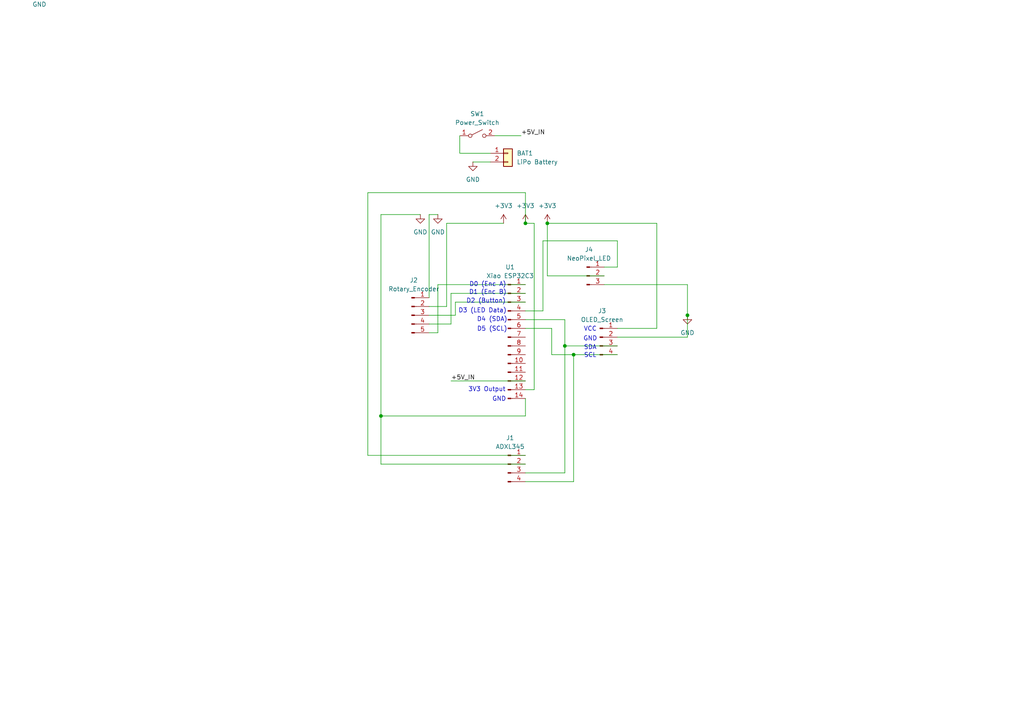
<source format=kicad_sch>
(kicad_sch
	(version 20250114)
	(generator "eeschema")
	(generator_version "9.0")
	(uuid "8478705a-0463-41df-942d-c43497b7076d")
	(paper "A4")
	(lib_symbols
		(symbol "Connector:Conn_01x03_Pin"
			(pin_names
				(offset 1.016)
				(hide yes)
			)
			(exclude_from_sim no)
			(in_bom yes)
			(on_board yes)
			(property "Reference" "J"
				(at 0 5.08 0)
				(effects
					(font
						(size 1.27 1.27)
					)
				)
			)
			(property "Value" "Conn_01x03_Pin"
				(at 0 -5.08 0)
				(effects
					(font
						(size 1.27 1.27)
					)
				)
			)
			(property "Footprint" ""
				(at 0 0 0)
				(effects
					(font
						(size 1.27 1.27)
					)
					(hide yes)
				)
			)
			(property "Datasheet" "~"
				(at 0 0 0)
				(effects
					(font
						(size 1.27 1.27)
					)
					(hide yes)
				)
			)
			(property "Description" "Generic connector, single row, 01x03, script generated"
				(at 0 0 0)
				(effects
					(font
						(size 1.27 1.27)
					)
					(hide yes)
				)
			)
			(property "ki_locked" ""
				(at 0 0 0)
				(effects
					(font
						(size 1.27 1.27)
					)
				)
			)
			(property "ki_keywords" "connector"
				(at 0 0 0)
				(effects
					(font
						(size 1.27 1.27)
					)
					(hide yes)
				)
			)
			(property "ki_fp_filters" "Connector*:*_1x??_*"
				(at 0 0 0)
				(effects
					(font
						(size 1.27 1.27)
					)
					(hide yes)
				)
			)
			(symbol "Conn_01x03_Pin_1_1"
				(rectangle
					(start 0.8636 2.667)
					(end 0 2.413)
					(stroke
						(width 0.1524)
						(type default)
					)
					(fill
						(type outline)
					)
				)
				(rectangle
					(start 0.8636 0.127)
					(end 0 -0.127)
					(stroke
						(width 0.1524)
						(type default)
					)
					(fill
						(type outline)
					)
				)
				(rectangle
					(start 0.8636 -2.413)
					(end 0 -2.667)
					(stroke
						(width 0.1524)
						(type default)
					)
					(fill
						(type outline)
					)
				)
				(polyline
					(pts
						(xy 1.27 2.54) (xy 0.8636 2.54)
					)
					(stroke
						(width 0.1524)
						(type default)
					)
					(fill
						(type none)
					)
				)
				(polyline
					(pts
						(xy 1.27 0) (xy 0.8636 0)
					)
					(stroke
						(width 0.1524)
						(type default)
					)
					(fill
						(type none)
					)
				)
				(polyline
					(pts
						(xy 1.27 -2.54) (xy 0.8636 -2.54)
					)
					(stroke
						(width 0.1524)
						(type default)
					)
					(fill
						(type none)
					)
				)
				(pin passive line
					(at 5.08 2.54 180)
					(length 3.81)
					(name "Pin_1"
						(effects
							(font
								(size 1.27 1.27)
							)
						)
					)
					(number "1"
						(effects
							(font
								(size 1.27 1.27)
							)
						)
					)
				)
				(pin passive line
					(at 5.08 0 180)
					(length 3.81)
					(name "Pin_2"
						(effects
							(font
								(size 1.27 1.27)
							)
						)
					)
					(number "2"
						(effects
							(font
								(size 1.27 1.27)
							)
						)
					)
				)
				(pin passive line
					(at 5.08 -2.54 180)
					(length 3.81)
					(name "Pin_3"
						(effects
							(font
								(size 1.27 1.27)
							)
						)
					)
					(number "3"
						(effects
							(font
								(size 1.27 1.27)
							)
						)
					)
				)
			)
			(embedded_fonts no)
		)
		(symbol "Connector:Conn_01x04_Pin"
			(pin_names
				(offset 1.016)
				(hide yes)
			)
			(exclude_from_sim no)
			(in_bom yes)
			(on_board yes)
			(property "Reference" "J"
				(at 0 5.08 0)
				(effects
					(font
						(size 1.27 1.27)
					)
				)
			)
			(property "Value" "Conn_01x04_Pin"
				(at 0 -7.62 0)
				(effects
					(font
						(size 1.27 1.27)
					)
				)
			)
			(property "Footprint" ""
				(at 0 0 0)
				(effects
					(font
						(size 1.27 1.27)
					)
					(hide yes)
				)
			)
			(property "Datasheet" "~"
				(at 0 0 0)
				(effects
					(font
						(size 1.27 1.27)
					)
					(hide yes)
				)
			)
			(property "Description" "Generic connector, single row, 01x04, script generated"
				(at 0 0 0)
				(effects
					(font
						(size 1.27 1.27)
					)
					(hide yes)
				)
			)
			(property "ki_locked" ""
				(at 0 0 0)
				(effects
					(font
						(size 1.27 1.27)
					)
				)
			)
			(property "ki_keywords" "connector"
				(at 0 0 0)
				(effects
					(font
						(size 1.27 1.27)
					)
					(hide yes)
				)
			)
			(property "ki_fp_filters" "Connector*:*_1x??_*"
				(at 0 0 0)
				(effects
					(font
						(size 1.27 1.27)
					)
					(hide yes)
				)
			)
			(symbol "Conn_01x04_Pin_1_1"
				(rectangle
					(start 0.8636 2.667)
					(end 0 2.413)
					(stroke
						(width 0.1524)
						(type default)
					)
					(fill
						(type outline)
					)
				)
				(rectangle
					(start 0.8636 0.127)
					(end 0 -0.127)
					(stroke
						(width 0.1524)
						(type default)
					)
					(fill
						(type outline)
					)
				)
				(rectangle
					(start 0.8636 -2.413)
					(end 0 -2.667)
					(stroke
						(width 0.1524)
						(type default)
					)
					(fill
						(type outline)
					)
				)
				(rectangle
					(start 0.8636 -4.953)
					(end 0 -5.207)
					(stroke
						(width 0.1524)
						(type default)
					)
					(fill
						(type outline)
					)
				)
				(polyline
					(pts
						(xy 1.27 2.54) (xy 0.8636 2.54)
					)
					(stroke
						(width 0.1524)
						(type default)
					)
					(fill
						(type none)
					)
				)
				(polyline
					(pts
						(xy 1.27 0) (xy 0.8636 0)
					)
					(stroke
						(width 0.1524)
						(type default)
					)
					(fill
						(type none)
					)
				)
				(polyline
					(pts
						(xy 1.27 -2.54) (xy 0.8636 -2.54)
					)
					(stroke
						(width 0.1524)
						(type default)
					)
					(fill
						(type none)
					)
				)
				(polyline
					(pts
						(xy 1.27 -5.08) (xy 0.8636 -5.08)
					)
					(stroke
						(width 0.1524)
						(type default)
					)
					(fill
						(type none)
					)
				)
				(pin passive line
					(at 5.08 2.54 180)
					(length 3.81)
					(name "Pin_1"
						(effects
							(font
								(size 1.27 1.27)
							)
						)
					)
					(number "1"
						(effects
							(font
								(size 1.27 1.27)
							)
						)
					)
				)
				(pin passive line
					(at 5.08 0 180)
					(length 3.81)
					(name "Pin_2"
						(effects
							(font
								(size 1.27 1.27)
							)
						)
					)
					(number "2"
						(effects
							(font
								(size 1.27 1.27)
							)
						)
					)
				)
				(pin passive line
					(at 5.08 -2.54 180)
					(length 3.81)
					(name "Pin_3"
						(effects
							(font
								(size 1.27 1.27)
							)
						)
					)
					(number "3"
						(effects
							(font
								(size 1.27 1.27)
							)
						)
					)
				)
				(pin passive line
					(at 5.08 -5.08 180)
					(length 3.81)
					(name "Pin_4"
						(effects
							(font
								(size 1.27 1.27)
							)
						)
					)
					(number "4"
						(effects
							(font
								(size 1.27 1.27)
							)
						)
					)
				)
			)
			(embedded_fonts no)
		)
		(symbol "Connector:Conn_01x05_Pin"
			(pin_names
				(offset 1.016)
				(hide yes)
			)
			(exclude_from_sim no)
			(in_bom yes)
			(on_board yes)
			(property "Reference" "J"
				(at 0 7.62 0)
				(effects
					(font
						(size 1.27 1.27)
					)
				)
			)
			(property "Value" "Conn_01x05_Pin"
				(at 0 -7.62 0)
				(effects
					(font
						(size 1.27 1.27)
					)
				)
			)
			(property "Footprint" ""
				(at 0 0 0)
				(effects
					(font
						(size 1.27 1.27)
					)
					(hide yes)
				)
			)
			(property "Datasheet" "~"
				(at 0 0 0)
				(effects
					(font
						(size 1.27 1.27)
					)
					(hide yes)
				)
			)
			(property "Description" "Generic connector, single row, 01x05, script generated"
				(at 0 0 0)
				(effects
					(font
						(size 1.27 1.27)
					)
					(hide yes)
				)
			)
			(property "ki_locked" ""
				(at 0 0 0)
				(effects
					(font
						(size 1.27 1.27)
					)
				)
			)
			(property "ki_keywords" "connector"
				(at 0 0 0)
				(effects
					(font
						(size 1.27 1.27)
					)
					(hide yes)
				)
			)
			(property "ki_fp_filters" "Connector*:*_1x??_*"
				(at 0 0 0)
				(effects
					(font
						(size 1.27 1.27)
					)
					(hide yes)
				)
			)
			(symbol "Conn_01x05_Pin_1_1"
				(rectangle
					(start 0.8636 5.207)
					(end 0 4.953)
					(stroke
						(width 0.1524)
						(type default)
					)
					(fill
						(type outline)
					)
				)
				(rectangle
					(start 0.8636 2.667)
					(end 0 2.413)
					(stroke
						(width 0.1524)
						(type default)
					)
					(fill
						(type outline)
					)
				)
				(rectangle
					(start 0.8636 0.127)
					(end 0 -0.127)
					(stroke
						(width 0.1524)
						(type default)
					)
					(fill
						(type outline)
					)
				)
				(rectangle
					(start 0.8636 -2.413)
					(end 0 -2.667)
					(stroke
						(width 0.1524)
						(type default)
					)
					(fill
						(type outline)
					)
				)
				(rectangle
					(start 0.8636 -4.953)
					(end 0 -5.207)
					(stroke
						(width 0.1524)
						(type default)
					)
					(fill
						(type outline)
					)
				)
				(polyline
					(pts
						(xy 1.27 5.08) (xy 0.8636 5.08)
					)
					(stroke
						(width 0.1524)
						(type default)
					)
					(fill
						(type none)
					)
				)
				(polyline
					(pts
						(xy 1.27 2.54) (xy 0.8636 2.54)
					)
					(stroke
						(width 0.1524)
						(type default)
					)
					(fill
						(type none)
					)
				)
				(polyline
					(pts
						(xy 1.27 0) (xy 0.8636 0)
					)
					(stroke
						(width 0.1524)
						(type default)
					)
					(fill
						(type none)
					)
				)
				(polyline
					(pts
						(xy 1.27 -2.54) (xy 0.8636 -2.54)
					)
					(stroke
						(width 0.1524)
						(type default)
					)
					(fill
						(type none)
					)
				)
				(polyline
					(pts
						(xy 1.27 -5.08) (xy 0.8636 -5.08)
					)
					(stroke
						(width 0.1524)
						(type default)
					)
					(fill
						(type none)
					)
				)
				(pin passive line
					(at 5.08 5.08 180)
					(length 3.81)
					(name "Pin_1"
						(effects
							(font
								(size 1.27 1.27)
							)
						)
					)
					(number "1"
						(effects
							(font
								(size 1.27 1.27)
							)
						)
					)
				)
				(pin passive line
					(at 5.08 2.54 180)
					(length 3.81)
					(name "Pin_2"
						(effects
							(font
								(size 1.27 1.27)
							)
						)
					)
					(number "2"
						(effects
							(font
								(size 1.27 1.27)
							)
						)
					)
				)
				(pin passive line
					(at 5.08 0 180)
					(length 3.81)
					(name "Pin_3"
						(effects
							(font
								(size 1.27 1.27)
							)
						)
					)
					(number "3"
						(effects
							(font
								(size 1.27 1.27)
							)
						)
					)
				)
				(pin passive line
					(at 5.08 -2.54 180)
					(length 3.81)
					(name "Pin_4"
						(effects
							(font
								(size 1.27 1.27)
							)
						)
					)
					(number "4"
						(effects
							(font
								(size 1.27 1.27)
							)
						)
					)
				)
				(pin passive line
					(at 5.08 -5.08 180)
					(length 3.81)
					(name "Pin_5"
						(effects
							(font
								(size 1.27 1.27)
							)
						)
					)
					(number "5"
						(effects
							(font
								(size 1.27 1.27)
							)
						)
					)
				)
			)
			(embedded_fonts no)
		)
		(symbol "Connector:Conn_01x14_Pin"
			(pin_names
				(offset 1.016)
				(hide yes)
			)
			(exclude_from_sim no)
			(in_bom yes)
			(on_board yes)
			(property "Reference" "J"
				(at 0 17.78 0)
				(effects
					(font
						(size 1.27 1.27)
					)
				)
			)
			(property "Value" "Conn_01x14_Pin"
				(at 0 -20.32 0)
				(effects
					(font
						(size 1.27 1.27)
					)
				)
			)
			(property "Footprint" ""
				(at 0 0 0)
				(effects
					(font
						(size 1.27 1.27)
					)
					(hide yes)
				)
			)
			(property "Datasheet" "~"
				(at 0 0 0)
				(effects
					(font
						(size 1.27 1.27)
					)
					(hide yes)
				)
			)
			(property "Description" "Generic connector, single row, 01x14, script generated"
				(at 0 0 0)
				(effects
					(font
						(size 1.27 1.27)
					)
					(hide yes)
				)
			)
			(property "ki_locked" ""
				(at 0 0 0)
				(effects
					(font
						(size 1.27 1.27)
					)
				)
			)
			(property "ki_keywords" "connector"
				(at 0 0 0)
				(effects
					(font
						(size 1.27 1.27)
					)
					(hide yes)
				)
			)
			(property "ki_fp_filters" "Connector*:*_1x??_*"
				(at 0 0 0)
				(effects
					(font
						(size 1.27 1.27)
					)
					(hide yes)
				)
			)
			(symbol "Conn_01x14_Pin_1_1"
				(rectangle
					(start 0.8636 15.367)
					(end 0 15.113)
					(stroke
						(width 0.1524)
						(type default)
					)
					(fill
						(type outline)
					)
				)
				(rectangle
					(start 0.8636 12.827)
					(end 0 12.573)
					(stroke
						(width 0.1524)
						(type default)
					)
					(fill
						(type outline)
					)
				)
				(rectangle
					(start 0.8636 10.287)
					(end 0 10.033)
					(stroke
						(width 0.1524)
						(type default)
					)
					(fill
						(type outline)
					)
				)
				(rectangle
					(start 0.8636 7.747)
					(end 0 7.493)
					(stroke
						(width 0.1524)
						(type default)
					)
					(fill
						(type outline)
					)
				)
				(rectangle
					(start 0.8636 5.207)
					(end 0 4.953)
					(stroke
						(width 0.1524)
						(type default)
					)
					(fill
						(type outline)
					)
				)
				(rectangle
					(start 0.8636 2.667)
					(end 0 2.413)
					(stroke
						(width 0.1524)
						(type default)
					)
					(fill
						(type outline)
					)
				)
				(rectangle
					(start 0.8636 0.127)
					(end 0 -0.127)
					(stroke
						(width 0.1524)
						(type default)
					)
					(fill
						(type outline)
					)
				)
				(rectangle
					(start 0.8636 -2.413)
					(end 0 -2.667)
					(stroke
						(width 0.1524)
						(type default)
					)
					(fill
						(type outline)
					)
				)
				(rectangle
					(start 0.8636 -4.953)
					(end 0 -5.207)
					(stroke
						(width 0.1524)
						(type default)
					)
					(fill
						(type outline)
					)
				)
				(rectangle
					(start 0.8636 -7.493)
					(end 0 -7.747)
					(stroke
						(width 0.1524)
						(type default)
					)
					(fill
						(type outline)
					)
				)
				(rectangle
					(start 0.8636 -10.033)
					(end 0 -10.287)
					(stroke
						(width 0.1524)
						(type default)
					)
					(fill
						(type outline)
					)
				)
				(rectangle
					(start 0.8636 -12.573)
					(end 0 -12.827)
					(stroke
						(width 0.1524)
						(type default)
					)
					(fill
						(type outline)
					)
				)
				(rectangle
					(start 0.8636 -15.113)
					(end 0 -15.367)
					(stroke
						(width 0.1524)
						(type default)
					)
					(fill
						(type outline)
					)
				)
				(rectangle
					(start 0.8636 -17.653)
					(end 0 -17.907)
					(stroke
						(width 0.1524)
						(type default)
					)
					(fill
						(type outline)
					)
				)
				(polyline
					(pts
						(xy 1.27 15.24) (xy 0.8636 15.24)
					)
					(stroke
						(width 0.1524)
						(type default)
					)
					(fill
						(type none)
					)
				)
				(polyline
					(pts
						(xy 1.27 12.7) (xy 0.8636 12.7)
					)
					(stroke
						(width 0.1524)
						(type default)
					)
					(fill
						(type none)
					)
				)
				(polyline
					(pts
						(xy 1.27 10.16) (xy 0.8636 10.16)
					)
					(stroke
						(width 0.1524)
						(type default)
					)
					(fill
						(type none)
					)
				)
				(polyline
					(pts
						(xy 1.27 7.62) (xy 0.8636 7.62)
					)
					(stroke
						(width 0.1524)
						(type default)
					)
					(fill
						(type none)
					)
				)
				(polyline
					(pts
						(xy 1.27 5.08) (xy 0.8636 5.08)
					)
					(stroke
						(width 0.1524)
						(type default)
					)
					(fill
						(type none)
					)
				)
				(polyline
					(pts
						(xy 1.27 2.54) (xy 0.8636 2.54)
					)
					(stroke
						(width 0.1524)
						(type default)
					)
					(fill
						(type none)
					)
				)
				(polyline
					(pts
						(xy 1.27 0) (xy 0.8636 0)
					)
					(stroke
						(width 0.1524)
						(type default)
					)
					(fill
						(type none)
					)
				)
				(polyline
					(pts
						(xy 1.27 -2.54) (xy 0.8636 -2.54)
					)
					(stroke
						(width 0.1524)
						(type default)
					)
					(fill
						(type none)
					)
				)
				(polyline
					(pts
						(xy 1.27 -5.08) (xy 0.8636 -5.08)
					)
					(stroke
						(width 0.1524)
						(type default)
					)
					(fill
						(type none)
					)
				)
				(polyline
					(pts
						(xy 1.27 -7.62) (xy 0.8636 -7.62)
					)
					(stroke
						(width 0.1524)
						(type default)
					)
					(fill
						(type none)
					)
				)
				(polyline
					(pts
						(xy 1.27 -10.16) (xy 0.8636 -10.16)
					)
					(stroke
						(width 0.1524)
						(type default)
					)
					(fill
						(type none)
					)
				)
				(polyline
					(pts
						(xy 1.27 -12.7) (xy 0.8636 -12.7)
					)
					(stroke
						(width 0.1524)
						(type default)
					)
					(fill
						(type none)
					)
				)
				(polyline
					(pts
						(xy 1.27 -15.24) (xy 0.8636 -15.24)
					)
					(stroke
						(width 0.1524)
						(type default)
					)
					(fill
						(type none)
					)
				)
				(polyline
					(pts
						(xy 1.27 -17.78) (xy 0.8636 -17.78)
					)
					(stroke
						(width 0.1524)
						(type default)
					)
					(fill
						(type none)
					)
				)
				(pin passive line
					(at 5.08 15.24 180)
					(length 3.81)
					(name "Pin_1"
						(effects
							(font
								(size 1.27 1.27)
							)
						)
					)
					(number "1"
						(effects
							(font
								(size 1.27 1.27)
							)
						)
					)
				)
				(pin passive line
					(at 5.08 12.7 180)
					(length 3.81)
					(name "Pin_2"
						(effects
							(font
								(size 1.27 1.27)
							)
						)
					)
					(number "2"
						(effects
							(font
								(size 1.27 1.27)
							)
						)
					)
				)
				(pin passive line
					(at 5.08 10.16 180)
					(length 3.81)
					(name "Pin_3"
						(effects
							(font
								(size 1.27 1.27)
							)
						)
					)
					(number "3"
						(effects
							(font
								(size 1.27 1.27)
							)
						)
					)
				)
				(pin passive line
					(at 5.08 7.62 180)
					(length 3.81)
					(name "Pin_4"
						(effects
							(font
								(size 1.27 1.27)
							)
						)
					)
					(number "4"
						(effects
							(font
								(size 1.27 1.27)
							)
						)
					)
				)
				(pin passive line
					(at 5.08 5.08 180)
					(length 3.81)
					(name "Pin_5"
						(effects
							(font
								(size 1.27 1.27)
							)
						)
					)
					(number "5"
						(effects
							(font
								(size 1.27 1.27)
							)
						)
					)
				)
				(pin passive line
					(at 5.08 2.54 180)
					(length 3.81)
					(name "Pin_6"
						(effects
							(font
								(size 1.27 1.27)
							)
						)
					)
					(number "6"
						(effects
							(font
								(size 1.27 1.27)
							)
						)
					)
				)
				(pin passive line
					(at 5.08 0 180)
					(length 3.81)
					(name "Pin_7"
						(effects
							(font
								(size 1.27 1.27)
							)
						)
					)
					(number "7"
						(effects
							(font
								(size 1.27 1.27)
							)
						)
					)
				)
				(pin passive line
					(at 5.08 -2.54 180)
					(length 3.81)
					(name "Pin_8"
						(effects
							(font
								(size 1.27 1.27)
							)
						)
					)
					(number "8"
						(effects
							(font
								(size 1.27 1.27)
							)
						)
					)
				)
				(pin passive line
					(at 5.08 -5.08 180)
					(length 3.81)
					(name "Pin_9"
						(effects
							(font
								(size 1.27 1.27)
							)
						)
					)
					(number "9"
						(effects
							(font
								(size 1.27 1.27)
							)
						)
					)
				)
				(pin passive line
					(at 5.08 -7.62 180)
					(length 3.81)
					(name "Pin_10"
						(effects
							(font
								(size 1.27 1.27)
							)
						)
					)
					(number "10"
						(effects
							(font
								(size 1.27 1.27)
							)
						)
					)
				)
				(pin passive line
					(at 5.08 -10.16 180)
					(length 3.81)
					(name "Pin_11"
						(effects
							(font
								(size 1.27 1.27)
							)
						)
					)
					(number "11"
						(effects
							(font
								(size 1.27 1.27)
							)
						)
					)
				)
				(pin passive line
					(at 5.08 -12.7 180)
					(length 3.81)
					(name "Pin_12"
						(effects
							(font
								(size 1.27 1.27)
							)
						)
					)
					(number "12"
						(effects
							(font
								(size 1.27 1.27)
							)
						)
					)
				)
				(pin passive line
					(at 5.08 -15.24 180)
					(length 3.81)
					(name "Pin_13"
						(effects
							(font
								(size 1.27 1.27)
							)
						)
					)
					(number "13"
						(effects
							(font
								(size 1.27 1.27)
							)
						)
					)
				)
				(pin passive line
					(at 5.08 -17.78 180)
					(length 3.81)
					(name "Pin_14"
						(effects
							(font
								(size 1.27 1.27)
							)
						)
					)
					(number "14"
						(effects
							(font
								(size 1.27 1.27)
							)
						)
					)
				)
			)
			(embedded_fonts no)
		)
		(symbol "Connector_Generic:Conn_01x02"
			(pin_names
				(offset 1.016)
				(hide yes)
			)
			(exclude_from_sim no)
			(in_bom yes)
			(on_board yes)
			(property "Reference" "J"
				(at 0 2.54 0)
				(effects
					(font
						(size 1.27 1.27)
					)
				)
			)
			(property "Value" "Conn_01x02"
				(at 0 -5.08 0)
				(effects
					(font
						(size 1.27 1.27)
					)
				)
			)
			(property "Footprint" ""
				(at 0 0 0)
				(effects
					(font
						(size 1.27 1.27)
					)
					(hide yes)
				)
			)
			(property "Datasheet" "~"
				(at 0 0 0)
				(effects
					(font
						(size 1.27 1.27)
					)
					(hide yes)
				)
			)
			(property "Description" "Generic connector, single row, 01x02, script generated (kicad-library-utils/schlib/autogen/connector/)"
				(at 0 0 0)
				(effects
					(font
						(size 1.27 1.27)
					)
					(hide yes)
				)
			)
			(property "ki_keywords" "connector"
				(at 0 0 0)
				(effects
					(font
						(size 1.27 1.27)
					)
					(hide yes)
				)
			)
			(property "ki_fp_filters" "Connector*:*_1x??_*"
				(at 0 0 0)
				(effects
					(font
						(size 1.27 1.27)
					)
					(hide yes)
				)
			)
			(symbol "Conn_01x02_1_1"
				(rectangle
					(start -1.27 1.27)
					(end 1.27 -3.81)
					(stroke
						(width 0.254)
						(type default)
					)
					(fill
						(type background)
					)
				)
				(rectangle
					(start -1.27 0.127)
					(end 0 -0.127)
					(stroke
						(width 0.1524)
						(type default)
					)
					(fill
						(type none)
					)
				)
				(rectangle
					(start -1.27 -2.413)
					(end 0 -2.667)
					(stroke
						(width 0.1524)
						(type default)
					)
					(fill
						(type none)
					)
				)
				(pin passive line
					(at -5.08 0 0)
					(length 3.81)
					(name "Pin_1"
						(effects
							(font
								(size 1.27 1.27)
							)
						)
					)
					(number "1"
						(effects
							(font
								(size 1.27 1.27)
							)
						)
					)
				)
				(pin passive line
					(at -5.08 -2.54 0)
					(length 3.81)
					(name "Pin_2"
						(effects
							(font
								(size 1.27 1.27)
							)
						)
					)
					(number "2"
						(effects
							(font
								(size 1.27 1.27)
							)
						)
					)
				)
			)
			(embedded_fonts no)
		)
		(symbol "Switch:SW_SPST"
			(pin_names
				(offset 0)
				(hide yes)
			)
			(exclude_from_sim no)
			(in_bom yes)
			(on_board yes)
			(property "Reference" "SW"
				(at 0 3.175 0)
				(effects
					(font
						(size 1.27 1.27)
					)
				)
			)
			(property "Value" "SW_SPST"
				(at 0 -2.54 0)
				(effects
					(font
						(size 1.27 1.27)
					)
				)
			)
			(property "Footprint" ""
				(at 0 0 0)
				(effects
					(font
						(size 1.27 1.27)
					)
					(hide yes)
				)
			)
			(property "Datasheet" "~"
				(at 0 0 0)
				(effects
					(font
						(size 1.27 1.27)
					)
					(hide yes)
				)
			)
			(property "Description" "Single Pole Single Throw (SPST) switch"
				(at 0 0 0)
				(effects
					(font
						(size 1.27 1.27)
					)
					(hide yes)
				)
			)
			(property "ki_keywords" "switch lever"
				(at 0 0 0)
				(effects
					(font
						(size 1.27 1.27)
					)
					(hide yes)
				)
			)
			(symbol "SW_SPST_0_0"
				(circle
					(center -2.032 0)
					(radius 0.508)
					(stroke
						(width 0)
						(type default)
					)
					(fill
						(type none)
					)
				)
				(polyline
					(pts
						(xy -1.524 0.254) (xy 1.524 1.778)
					)
					(stroke
						(width 0)
						(type default)
					)
					(fill
						(type none)
					)
				)
				(circle
					(center 2.032 0)
					(radius 0.508)
					(stroke
						(width 0)
						(type default)
					)
					(fill
						(type none)
					)
				)
			)
			(symbol "SW_SPST_1_1"
				(pin passive line
					(at -5.08 0 0)
					(length 2.54)
					(name "A"
						(effects
							(font
								(size 1.27 1.27)
							)
						)
					)
					(number "1"
						(effects
							(font
								(size 1.27 1.27)
							)
						)
					)
				)
				(pin passive line
					(at 5.08 0 180)
					(length 2.54)
					(name "B"
						(effects
							(font
								(size 1.27 1.27)
							)
						)
					)
					(number "2"
						(effects
							(font
								(size 1.27 1.27)
							)
						)
					)
				)
			)
			(embedded_fonts no)
		)
		(symbol "power:+3V3"
			(power)
			(pin_numbers
				(hide yes)
			)
			(pin_names
				(offset 0)
				(hide yes)
			)
			(exclude_from_sim no)
			(in_bom yes)
			(on_board yes)
			(property "Reference" "#PWR"
				(at 0 -3.81 0)
				(effects
					(font
						(size 1.27 1.27)
					)
					(hide yes)
				)
			)
			(property "Value" "+3V3"
				(at 0 3.556 0)
				(effects
					(font
						(size 1.27 1.27)
					)
				)
			)
			(property "Footprint" ""
				(at 0 0 0)
				(effects
					(font
						(size 1.27 1.27)
					)
					(hide yes)
				)
			)
			(property "Datasheet" ""
				(at 0 0 0)
				(effects
					(font
						(size 1.27 1.27)
					)
					(hide yes)
				)
			)
			(property "Description" "Power symbol creates a global label with name \"+3V3\""
				(at 0 0 0)
				(effects
					(font
						(size 1.27 1.27)
					)
					(hide yes)
				)
			)
			(property "ki_keywords" "global power"
				(at 0 0 0)
				(effects
					(font
						(size 1.27 1.27)
					)
					(hide yes)
				)
			)
			(symbol "+3V3_0_1"
				(polyline
					(pts
						(xy -0.762 1.27) (xy 0 2.54)
					)
					(stroke
						(width 0)
						(type default)
					)
					(fill
						(type none)
					)
				)
				(polyline
					(pts
						(xy 0 2.54) (xy 0.762 1.27)
					)
					(stroke
						(width 0)
						(type default)
					)
					(fill
						(type none)
					)
				)
				(polyline
					(pts
						(xy 0 0) (xy 0 2.54)
					)
					(stroke
						(width 0)
						(type default)
					)
					(fill
						(type none)
					)
				)
			)
			(symbol "+3V3_1_1"
				(pin power_in line
					(at 0 0 90)
					(length 0)
					(name "~"
						(effects
							(font
								(size 1.27 1.27)
							)
						)
					)
					(number "1"
						(effects
							(font
								(size 1.27 1.27)
							)
						)
					)
				)
			)
			(embedded_fonts no)
		)
		(symbol "power:GND"
			(power)
			(pin_numbers
				(hide yes)
			)
			(pin_names
				(offset 0)
				(hide yes)
			)
			(exclude_from_sim no)
			(in_bom yes)
			(on_board yes)
			(property "Reference" "#PWR"
				(at 0 -6.35 0)
				(effects
					(font
						(size 1.27 1.27)
					)
					(hide yes)
				)
			)
			(property "Value" "GND"
				(at 0 -3.81 0)
				(effects
					(font
						(size 1.27 1.27)
					)
				)
			)
			(property "Footprint" ""
				(at 0 0 0)
				(effects
					(font
						(size 1.27 1.27)
					)
					(hide yes)
				)
			)
			(property "Datasheet" ""
				(at 0 0 0)
				(effects
					(font
						(size 1.27 1.27)
					)
					(hide yes)
				)
			)
			(property "Description" "Power symbol creates a global label with name \"GND\" , ground"
				(at 0 0 0)
				(effects
					(font
						(size 1.27 1.27)
					)
					(hide yes)
				)
			)
			(property "ki_keywords" "global power"
				(at 0 0 0)
				(effects
					(font
						(size 1.27 1.27)
					)
					(hide yes)
				)
			)
			(symbol "GND_0_1"
				(polyline
					(pts
						(xy 0 0) (xy 0 -1.27) (xy 1.27 -1.27) (xy 0 -2.54) (xy -1.27 -1.27) (xy 0 -1.27)
					)
					(stroke
						(width 0)
						(type default)
					)
					(fill
						(type none)
					)
				)
			)
			(symbol "GND_1_1"
				(pin power_in line
					(at 0 0 270)
					(length 0)
					(name "~"
						(effects
							(font
								(size 1.27 1.27)
							)
						)
					)
					(number "1"
						(effects
							(font
								(size 1.27 1.27)
							)
						)
					)
				)
			)
			(embedded_fonts no)
		)
	)
	(text "D2 (Button)"
		(exclude_from_sim no)
		(at 140.97 87.376 0)
		(effects
			(font
				(size 1.27 1.27)
			)
		)
		(uuid "02560f9e-d816-4266-b953-feb385e5e306")
	)
	(text "D4 (SDA)"
		(exclude_from_sim no)
		(at 142.748 92.71 0)
		(effects
			(font
				(size 1.27 1.27)
			)
		)
		(uuid "04dfd79a-3458-44f3-afce-47daf5a62013")
	)
	(text "D1 (Enc B)"
		(exclude_from_sim no)
		(at 141.478 84.836 0)
		(effects
			(font
				(size 1.27 1.27)
			)
		)
		(uuid "153ae8e4-7b92-45ec-8181-7528bbcd73aa")
	)
	(text "3V3 Output"
		(exclude_from_sim no)
		(at 141.224 113.03 0)
		(effects
			(font
				(size 1.27 1.27)
			)
		)
		(uuid "21b17ea0-2556-4e44-b42d-6621c0989b41")
	)
	(text "D3 (LED Data)"
		(exclude_from_sim no)
		(at 139.954 90.17 0)
		(effects
			(font
				(size 1.27 1.27)
			)
		)
		(uuid "2fe8a56e-9260-469e-a8d8-fce280f37ffe")
	)
	(text "SCL"
		(exclude_from_sim no)
		(at 171.196 103.124 0)
		(effects
			(font
				(size 1.27 1.27)
			)
		)
		(uuid "33fbdf6f-154e-4a96-af54-b1a5ce33fd7a")
	)
	(text "GND"
		(exclude_from_sim no)
		(at 171.196 98.298 0)
		(effects
			(font
				(size 1.27 1.27)
			)
		)
		(uuid "386206e3-fa39-4926-aba5-d1c0015435d8")
	)
	(text "D0 (Enc A)"
		(exclude_from_sim no)
		(at 141.478 82.55 0)
		(effects
			(font
				(size 1.27 1.27)
			)
		)
		(uuid "4841786a-1105-40b3-a42d-584ff18afd63")
	)
	(text "GND"
		(exclude_from_sim no)
		(at 144.78 115.824 0)
		(effects
			(font
				(size 1.27 1.27)
			)
		)
		(uuid "516df912-a179-4ba7-a781-7233f97e510a")
	)
	(text "VCC"
		(exclude_from_sim no)
		(at 171.196 95.504 0)
		(effects
			(font
				(size 1.27 1.27)
			)
		)
		(uuid "55d481e3-e284-461e-9237-e5b3c3eddbc6")
	)
	(text "D5 (SCL)"
		(exclude_from_sim no)
		(at 142.748 95.504 0)
		(effects
			(font
				(size 1.27 1.27)
			)
		)
		(uuid "7e23e212-a27a-405d-a210-6e436c54cf48")
	)
	(text "SDA"
		(exclude_from_sim no)
		(at 171.196 100.838 0)
		(effects
			(font
				(size 1.27 1.27)
			)
		)
		(uuid "f36a8bc8-20fc-4698-a4b5-be94a487a3f0")
	)
	(junction
		(at 199.39 91.44)
		(diameter 0)
		(color 0 0 0 0)
		(uuid "0659bdf1-767e-43e5-89dc-3d274fe18249")
	)
	(junction
		(at 158.75 64.77)
		(diameter 0)
		(color 0 0 0 0)
		(uuid "18bd488d-6041-4765-b355-ead21774159d")
	)
	(junction
		(at 110.49 120.65)
		(diameter 0)
		(color 0 0 0 0)
		(uuid "2340a5c7-305d-45c1-aedd-71f3931d3416")
	)
	(junction
		(at 152.4 64.77)
		(diameter 0)
		(color 0 0 0 0)
		(uuid "37f03257-0cc2-4773-b307-284b1c5a6e8b")
	)
	(junction
		(at 166.37 102.87)
		(diameter 0)
		(color 0 0 0 0)
		(uuid "bef8f01d-57e7-4936-a6cd-068a496e1c4e")
	)
	(junction
		(at 163.83 100.33)
		(diameter 0)
		(color 0 0 0 0)
		(uuid "d86cc0ce-1650-44f7-9e4c-06f185f57f00")
	)
	(wire
		(pts
			(xy 124.46 96.52) (xy 127 96.52)
		)
		(stroke
			(width 0)
			(type default)
		)
		(uuid "006525c8-9de4-49bf-b461-b04bfcfac4cc")
	)
	(wire
		(pts
			(xy 179.07 77.47) (xy 179.07 69.85)
		)
		(stroke
			(width 0)
			(type default)
		)
		(uuid "0a5b9e2b-0692-4ff2-bc9d-6441644850a2")
	)
	(wire
		(pts
			(xy 154.94 113.03) (xy 154.94 64.77)
		)
		(stroke
			(width 0)
			(type default)
		)
		(uuid "0c206669-93aa-402d-b260-2dbc9e0099aa")
	)
	(wire
		(pts
			(xy 106.68 132.08) (xy 106.68 55.88)
		)
		(stroke
			(width 0)
			(type default)
		)
		(uuid "0fc51e4a-f6e8-4455-93c6-cbc71400a8ca")
	)
	(wire
		(pts
			(xy 130.81 93.98) (xy 130.81 85.09)
		)
		(stroke
			(width 0)
			(type default)
		)
		(uuid "154efc48-7205-4d43-91b3-adcc3b26e644")
	)
	(wire
		(pts
			(xy 152.4 113.03) (xy 154.94 113.03)
		)
		(stroke
			(width 0)
			(type default)
		)
		(uuid "1643dfc5-59aa-4e8f-bd3f-20b3247dee43")
	)
	(wire
		(pts
			(xy 157.48 69.85) (xy 157.48 90.17)
		)
		(stroke
			(width 0)
			(type default)
		)
		(uuid "16c1428e-e874-47d9-906d-5716325b7b9e")
	)
	(wire
		(pts
			(xy 163.83 100.33) (xy 163.83 92.71)
		)
		(stroke
			(width 0)
			(type default)
		)
		(uuid "1856d1db-5b59-4123-8322-7e33d8a0f284")
	)
	(wire
		(pts
			(xy 152.4 55.88) (xy 106.68 55.88)
		)
		(stroke
			(width 0)
			(type default)
		)
		(uuid "1918284f-da8a-486e-874d-20181b809382")
	)
	(wire
		(pts
			(xy 110.49 62.23) (xy 110.49 120.65)
		)
		(stroke
			(width 0)
			(type default)
		)
		(uuid "1e9aab2f-9c23-47f5-8d01-9036876837ec")
	)
	(wire
		(pts
			(xy 110.49 62.23) (xy 121.92 62.23)
		)
		(stroke
			(width 0)
			(type default)
		)
		(uuid "1eea99aa-1901-48ad-b33b-2e70efe9aaf5")
	)
	(wire
		(pts
			(xy 152.4 137.16) (xy 163.83 137.16)
		)
		(stroke
			(width 0)
			(type default)
		)
		(uuid "2d63da11-ff5b-4b12-823e-a741f624e891")
	)
	(wire
		(pts
			(xy 133.35 39.37) (xy 133.35 44.45)
		)
		(stroke
			(width 0)
			(type default)
		)
		(uuid "2f6eda39-c5aa-46cc-887a-7b1e9b417bda")
	)
	(wire
		(pts
			(xy 160.02 102.87) (xy 160.02 95.25)
		)
		(stroke
			(width 0)
			(type default)
		)
		(uuid "322a1c23-1eda-43f2-b3dd-0d88105cf546")
	)
	(wire
		(pts
			(xy 175.26 82.55) (xy 199.39 82.55)
		)
		(stroke
			(width 0)
			(type default)
		)
		(uuid "3390ead7-8cf6-4db9-acc9-7cb2e04deeb3")
	)
	(wire
		(pts
			(xy 124.46 62.23) (xy 127 62.23)
		)
		(stroke
			(width 0)
			(type default)
		)
		(uuid "3a98b684-dfda-48bf-a82b-ea9a9625464f")
	)
	(wire
		(pts
			(xy 124.46 91.44) (xy 132.08 91.44)
		)
		(stroke
			(width 0)
			(type default)
		)
		(uuid "3b06e8ec-11db-49bd-8da0-ef1716f316a5")
	)
	(wire
		(pts
			(xy 152.4 55.88) (xy 152.4 64.77)
		)
		(stroke
			(width 0)
			(type default)
		)
		(uuid "3bcbd48e-02f1-4baf-a31d-c0300240d814")
	)
	(wire
		(pts
			(xy 154.94 64.77) (xy 152.4 64.77)
		)
		(stroke
			(width 0)
			(type default)
		)
		(uuid "44e017c1-aa54-4a2a-9f75-0b1696ef31da")
	)
	(wire
		(pts
			(xy 132.08 91.44) (xy 132.08 87.63)
		)
		(stroke
			(width 0)
			(type default)
		)
		(uuid "45bda0ee-cf10-4e00-8a2a-bb7eb7614774")
	)
	(wire
		(pts
			(xy 132.08 87.63) (xy 152.4 87.63)
		)
		(stroke
			(width 0)
			(type default)
		)
		(uuid "50538b19-0161-4330-912b-fb9a51bf08ca")
	)
	(wire
		(pts
			(xy 190.5 64.77) (xy 158.75 64.77)
		)
		(stroke
			(width 0)
			(type default)
		)
		(uuid "50c04613-844a-41ee-ac03-e4fc75882f1e")
	)
	(wire
		(pts
			(xy 163.83 137.16) (xy 163.83 100.33)
		)
		(stroke
			(width 0)
			(type default)
		)
		(uuid "57f2fb53-c58b-491d-b902-1727d426d944")
	)
	(wire
		(pts
			(xy 152.4 139.7) (xy 166.37 139.7)
		)
		(stroke
			(width 0)
			(type default)
		)
		(uuid "58f8bb2e-bbbe-43d2-80ee-0ad58cd4c2d6")
	)
	(wire
		(pts
			(xy 199.39 97.79) (xy 199.39 91.44)
		)
		(stroke
			(width 0)
			(type default)
		)
		(uuid "5d487569-cfe8-49d9-af92-b95ef6d5afb4")
	)
	(wire
		(pts
			(xy 179.07 97.79) (xy 199.39 97.79)
		)
		(stroke
			(width 0)
			(type default)
		)
		(uuid "5f14c5d7-0fdf-4ba3-9d03-b251d7849ab4")
	)
	(wire
		(pts
			(xy 152.4 115.57) (xy 152.4 120.65)
		)
		(stroke
			(width 0)
			(type default)
		)
		(uuid "5f806761-279d-49db-9f7c-3c1fc6d0aaec")
	)
	(wire
		(pts
			(xy 166.37 102.87) (xy 179.07 102.87)
		)
		(stroke
			(width 0)
			(type default)
		)
		(uuid "634407af-afc7-4312-96d4-cd3f4581e8bb")
	)
	(wire
		(pts
			(xy 110.49 120.65) (xy 152.4 120.65)
		)
		(stroke
			(width 0)
			(type default)
		)
		(uuid "65479834-03ac-4158-8f19-ce87c541540a")
	)
	(wire
		(pts
			(xy 143.51 39.37) (xy 151.13 39.37)
		)
		(stroke
			(width 0)
			(type default)
		)
		(uuid "699ba862-bdc0-431a-b9bc-3a0c2ecf2951")
	)
	(wire
		(pts
			(xy 127 82.55) (xy 127 96.52)
		)
		(stroke
			(width 0)
			(type default)
		)
		(uuid "6c0bd5d7-a277-44d5-ae81-3d9e5f9af4c3")
	)
	(wire
		(pts
			(xy 133.35 44.45) (xy 142.24 44.45)
		)
		(stroke
			(width 0)
			(type default)
		)
		(uuid "6c667ad3-0773-4b78-859f-67f011e813f9")
	)
	(wire
		(pts
			(xy 152.4 95.25) (xy 160.02 95.25)
		)
		(stroke
			(width 0)
			(type default)
		)
		(uuid "6dc8bdff-f0cf-4b8c-9dbe-7add8e3abc8d")
	)
	(wire
		(pts
			(xy 166.37 102.87) (xy 166.37 139.7)
		)
		(stroke
			(width 0)
			(type default)
		)
		(uuid "78a80565-7a35-4d9a-98f9-4810447227d6")
	)
	(wire
		(pts
			(xy 160.02 102.87) (xy 166.37 102.87)
		)
		(stroke
			(width 0)
			(type default)
		)
		(uuid "7b23e5ee-6c33-40d3-90b4-244cd7136b89")
	)
	(wire
		(pts
			(xy 158.75 80.01) (xy 158.75 64.77)
		)
		(stroke
			(width 0)
			(type default)
		)
		(uuid "7e8f2344-ca01-40b7-9bf3-9c9be7c4b723")
	)
	(wire
		(pts
			(xy 199.39 82.55) (xy 199.39 91.44)
		)
		(stroke
			(width 0)
			(type default)
		)
		(uuid "83fc3d4f-df1f-40ea-9f22-3bc6ea029819")
	)
	(wire
		(pts
			(xy 179.07 95.25) (xy 190.5 95.25)
		)
		(stroke
			(width 0)
			(type default)
		)
		(uuid "84524166-3f8b-44ad-ac12-b00c27384cf7")
	)
	(wire
		(pts
			(xy 190.5 95.25) (xy 190.5 64.77)
		)
		(stroke
			(width 0)
			(type default)
		)
		(uuid "89d5de80-1e29-4dd5-a003-054d96f817f4")
	)
	(wire
		(pts
			(xy 130.81 110.49) (xy 152.4 110.49)
		)
		(stroke
			(width 0)
			(type default)
		)
		(uuid "8e96f9da-2d67-499d-9c98-27b9959e4459")
	)
	(wire
		(pts
			(xy 163.83 92.71) (xy 152.4 92.71)
		)
		(stroke
			(width 0)
			(type default)
		)
		(uuid "97043550-e109-4d45-94a7-0cf36f005259")
	)
	(wire
		(pts
			(xy 124.46 93.98) (xy 130.81 93.98)
		)
		(stroke
			(width 0)
			(type default)
		)
		(uuid "9be901b1-912b-4aa6-bc84-80d81e480a3d")
	)
	(wire
		(pts
			(xy 127 82.55) (xy 152.4 82.55)
		)
		(stroke
			(width 0)
			(type default)
		)
		(uuid "a0eb2718-f025-4453-b4c0-28cd15f08b6d")
	)
	(wire
		(pts
			(xy 152.4 134.62) (xy 110.49 134.62)
		)
		(stroke
			(width 0)
			(type default)
		)
		(uuid "a42bf469-5ed1-476d-b2ba-075dcc58cad3")
	)
	(wire
		(pts
			(xy 179.07 100.33) (xy 163.83 100.33)
		)
		(stroke
			(width 0)
			(type default)
		)
		(uuid "b075d0be-6585-4100-b606-33de43b84092")
	)
	(wire
		(pts
			(xy 110.49 120.65) (xy 110.49 134.62)
		)
		(stroke
			(width 0)
			(type default)
		)
		(uuid "ba6c27a0-cbd5-47fa-b075-a278c4e50964")
	)
	(wire
		(pts
			(xy 157.48 90.17) (xy 152.4 90.17)
		)
		(stroke
			(width 0)
			(type default)
		)
		(uuid "bf746718-02be-49f7-909b-4b1fec2d354c")
	)
	(wire
		(pts
			(xy 124.46 86.36) (xy 124.46 62.23)
		)
		(stroke
			(width 0)
			(type default)
		)
		(uuid "c7454dba-11eb-4443-82d4-155615a6cb10")
	)
	(wire
		(pts
			(xy 130.81 85.09) (xy 152.4 85.09)
		)
		(stroke
			(width 0)
			(type default)
		)
		(uuid "db8f70e6-938f-45af-bf57-137218ab5504")
	)
	(wire
		(pts
			(xy 129.54 88.9) (xy 129.54 64.77)
		)
		(stroke
			(width 0)
			(type default)
		)
		(uuid "e0a0b684-3314-4287-9110-2d9eddc7021e")
	)
	(wire
		(pts
			(xy 152.4 132.08) (xy 106.68 132.08)
		)
		(stroke
			(width 0)
			(type default)
		)
		(uuid "e1947a95-1164-45b2-b588-5225af5488d7")
	)
	(wire
		(pts
			(xy 158.75 80.01) (xy 175.26 80.01)
		)
		(stroke
			(width 0)
			(type default)
		)
		(uuid "e57910f4-5b0b-4530-b627-f65b1b3c86d9")
	)
	(wire
		(pts
			(xy 137.16 46.99) (xy 142.24 46.99)
		)
		(stroke
			(width 0)
			(type default)
		)
		(uuid "eb8322d8-6327-43da-91d8-17cca1d7befe")
	)
	(wire
		(pts
			(xy 129.54 64.77) (xy 146.05 64.77)
		)
		(stroke
			(width 0)
			(type default)
		)
		(uuid "ed8436f7-73a1-4a34-93e9-badf965b74ac")
	)
	(wire
		(pts
			(xy 175.26 77.47) (xy 179.07 77.47)
		)
		(stroke
			(width 0)
			(type default)
		)
		(uuid "ee97d31a-3bf3-4620-9ebd-a01dac8b6afe")
	)
	(wire
		(pts
			(xy 124.46 88.9) (xy 129.54 88.9)
		)
		(stroke
			(width 0)
			(type default)
		)
		(uuid "f84cb089-a87d-4c5f-948f-7e26e1cea135")
	)
	(wire
		(pts
			(xy 179.07 69.85) (xy 157.48 69.85)
		)
		(stroke
			(width 0)
			(type default)
		)
		(uuid "ff18dbd2-7efb-4f68-901f-fdbac69acdb7")
	)
	(label "+5V_IN"
		(at 151.13 39.37 0)
		(effects
			(font
				(size 1.27 1.27)
			)
			(justify left bottom)
		)
		(uuid "aa216ebb-c99e-4243-9957-ac19b66cfcea")
	)
	(label "+5V_IN"
		(at 130.81 110.49 0)
		(effects
			(font
				(size 1.27 1.27)
			)
			(justify left bottom)
		)
		(uuid "aaebd1c9-54fe-458f-a116-7fcbd40ee997")
	)
	(symbol
		(lib_id "Connector:Conn_01x03_Pin")
		(at 170.18 80.01 0)
		(unit 1)
		(exclude_from_sim no)
		(in_bom yes)
		(on_board yes)
		(dnp no)
		(fields_autoplaced yes)
		(uuid "0998b349-6949-4f93-bd46-6f008ffe67a2")
		(property "Reference" "J4"
			(at 170.815 72.39 0)
			(effects
				(font
					(size 1.27 1.27)
				)
			)
		)
		(property "Value" "NeoPixel_LED"
			(at 170.815 74.93 0)
			(effects
				(font
					(size 1.27 1.27)
				)
			)
		)
		(property "Footprint" ""
			(at 170.18 80.01 0)
			(effects
				(font
					(size 1.27 1.27)
				)
				(hide yes)
			)
		)
		(property "Datasheet" "~"
			(at 170.18 80.01 0)
			(effects
				(font
					(size 1.27 1.27)
				)
				(hide yes)
			)
		)
		(property "Description" "Generic connector, single row, 01x03, script generated"
			(at 170.18 80.01 0)
			(effects
				(font
					(size 1.27 1.27)
				)
				(hide yes)
			)
		)
		(pin "3"
			(uuid "aab9edf8-980a-42af-8b8e-f1a3d7b88e8e")
		)
		(pin "2"
			(uuid "f2d91a21-b1e9-4ea3-a9b9-1dcc2c9f95cf")
		)
		(pin "1"
			(uuid "79b21cca-1318-489a-9a9d-0051f8157a84")
		)
		(instances
			(project ""
				(path "/8478705a-0463-41df-942d-c43497b7076d"
					(reference "J4")
					(unit 1)
				)
			)
		)
	)
	(symbol
		(lib_id "Connector:Conn_01x04_Pin")
		(at 173.99 97.79 0)
		(unit 1)
		(exclude_from_sim no)
		(in_bom yes)
		(on_board yes)
		(dnp no)
		(fields_autoplaced yes)
		(uuid "263488db-8991-4b63-a685-9203a8e60e77")
		(property "Reference" "J3"
			(at 174.625 90.17 0)
			(effects
				(font
					(size 1.27 1.27)
				)
			)
		)
		(property "Value" "OLED_Screen"
			(at 174.625 92.71 0)
			(effects
				(font
					(size 1.27 1.27)
				)
			)
		)
		(property "Footprint" ""
			(at 173.99 97.79 0)
			(effects
				(font
					(size 1.27 1.27)
				)
				(hide yes)
			)
		)
		(property "Datasheet" "~"
			(at 173.99 97.79 0)
			(effects
				(font
					(size 1.27 1.27)
				)
				(hide yes)
			)
		)
		(property "Description" "Generic connector, single row, 01x04, script generated"
			(at 173.99 97.79 0)
			(effects
				(font
					(size 1.27 1.27)
				)
				(hide yes)
			)
		)
		(pin "1"
			(uuid "f7571aa3-3b8f-4bc1-9552-bd10000bd3e5")
		)
		(pin "4"
			(uuid "c1f16331-aa09-45b8-9698-effe3f450624")
		)
		(pin "2"
			(uuid "fbc2a7a3-034f-4dfe-807e-320edd6ec486")
		)
		(pin "3"
			(uuid "29f64807-ab44-431a-b1e5-90fd0a019a23")
		)
		(instances
			(project ""
				(path "/8478705a-0463-41df-942d-c43497b7076d"
					(reference "J3")
					(unit 1)
				)
			)
		)
	)
	(symbol
		(lib_id "power:GND")
		(at 127 62.23 0)
		(unit 1)
		(exclude_from_sim no)
		(in_bom yes)
		(on_board yes)
		(dnp no)
		(fields_autoplaced yes)
		(uuid "2a0320e8-c97d-4784-bc18-c42b1da18433")
		(property "Reference" "#PWR05"
			(at 127 68.58 0)
			(effects
				(font
					(size 1.27 1.27)
				)
				(hide yes)
			)
		)
		(property "Value" "GND"
			(at 127 67.31 0)
			(effects
				(font
					(size 1.27 1.27)
				)
			)
		)
		(property "Footprint" ""
			(at 127 62.23 0)
			(effects
				(font
					(size 1.27 1.27)
				)
				(hide yes)
			)
		)
		(property "Datasheet" ""
			(at 127 62.23 0)
			(effects
				(font
					(size 1.27 1.27)
				)
				(hide yes)
			)
		)
		(property "Description" "Power symbol creates a global label with name \"GND\" , ground"
			(at 127 62.23 0)
			(effects
				(font
					(size 1.27 1.27)
				)
				(hide yes)
			)
		)
		(pin "1"
			(uuid "b4e8920e-6d2c-4eeb-8aba-fa1758ac6046")
		)
		(instances
			(project "Cosmic_Game"
				(path "/8478705a-0463-41df-942d-c43497b7076d"
					(reference "#PWR05")
					(unit 1)
				)
			)
		)
	)
	(symbol
		(lib_id "power:GND")
		(at 19.05 -10.16 0)
		(unit 1)
		(exclude_from_sim no)
		(in_bom yes)
		(on_board yes)
		(dnp no)
		(fields_autoplaced yes)
		(uuid "2ff0f488-ab2a-4a20-84a2-9e4771aedb69")
		(property "Reference" "#PWR03"
			(at 19.05 -3.81 0)
			(effects
				(font
					(size 1.27 1.27)
				)
				(hide yes)
			)
		)
		(property "Value" "GND"
			(at 19.05 -3.81 0)
			(effects
				(font
					(size 1.27 1.27)
				)
			)
		)
		(property "Footprint" ""
			(at 19.05 -10.16 0)
			(effects
				(font
					(size 1.27 1.27)
				)
				(hide yes)
			)
		)
		(property "Datasheet" ""
			(at 19.05 -10.16 0)
			(effects
				(font
					(size 1.27 1.27)
				)
				(hide yes)
			)
		)
		(property "Description" "Power symbol creates a global label with name \"GND\" , ground"
			(at 19.05 -10.16 0)
			(effects
				(font
					(size 1.27 1.27)
				)
				(hide yes)
			)
		)
		(pin "1"
			(uuid "ee41f594-4278-427c-b67c-8dbe6f353248")
		)
		(instances
			(project ""
				(path "/8478705a-0463-41df-942d-c43497b7076d"
					(reference "#PWR03")
					(unit 1)
				)
			)
		)
	)
	(symbol
		(lib_id "Connector:Conn_01x05_Pin")
		(at 119.38 91.44 0)
		(unit 1)
		(exclude_from_sim no)
		(in_bom yes)
		(on_board yes)
		(dnp no)
		(fields_autoplaced yes)
		(uuid "33e91f93-93b1-464c-bc97-4642ff2b6ea8")
		(property "Reference" "J2"
			(at 120.015 81.28 0)
			(effects
				(font
					(size 1.27 1.27)
				)
			)
		)
		(property "Value" "Rotary_Encoder"
			(at 120.015 83.82 0)
			(effects
				(font
					(size 1.27 1.27)
				)
			)
		)
		(property "Footprint" ""
			(at 119.38 91.44 0)
			(effects
				(font
					(size 1.27 1.27)
				)
				(hide yes)
			)
		)
		(property "Datasheet" "~"
			(at 119.38 91.44 0)
			(effects
				(font
					(size 1.27 1.27)
				)
				(hide yes)
			)
		)
		(property "Description" "Generic connector, single row, 01x05, script generated"
			(at 119.38 91.44 0)
			(effects
				(font
					(size 1.27 1.27)
				)
				(hide yes)
			)
		)
		(pin "1"
			(uuid "27dbd37b-1a01-4b63-bcdd-58a7e741fcde")
		)
		(pin "5"
			(uuid "a8ad322c-442f-4351-bc0f-8c7a26d74661")
		)
		(pin "3"
			(uuid "347d7427-ea48-4b17-9eab-75e4917e8c86")
		)
		(pin "2"
			(uuid "8c722d0d-31bf-4e83-90be-d5e7d2f492aa")
		)
		(pin "4"
			(uuid "a7d9958e-3f58-4427-a9bb-c4d4f3f77c1d")
		)
		(instances
			(project ""
				(path "/8478705a-0463-41df-942d-c43497b7076d"
					(reference "J2")
					(unit 1)
				)
			)
		)
	)
	(symbol
		(lib_id "Switch:SW_SPST")
		(at 138.43 39.37 0)
		(unit 1)
		(exclude_from_sim no)
		(in_bom yes)
		(on_board yes)
		(dnp no)
		(uuid "4e6c504d-1864-432b-a471-851f189222dc")
		(property "Reference" "SW1"
			(at 138.43 33.02 0)
			(effects
				(font
					(size 1.27 1.27)
				)
			)
		)
		(property "Value" "Power_Switch"
			(at 138.43 35.56 0)
			(effects
				(font
					(size 1.27 1.27)
				)
			)
		)
		(property "Footprint" ""
			(at 138.43 39.37 0)
			(effects
				(font
					(size 1.27 1.27)
				)
				(hide yes)
			)
		)
		(property "Datasheet" "~"
			(at 138.43 39.37 0)
			(effects
				(font
					(size 1.27 1.27)
				)
				(hide yes)
			)
		)
		(property "Description" "Single Pole Single Throw (SPST) switch"
			(at 138.43 39.37 0)
			(effects
				(font
					(size 1.27 1.27)
				)
				(hide yes)
			)
		)
		(pin "2"
			(uuid "89954e5d-a046-49e0-8a2e-cc71079d3ec9")
		)
		(pin "1"
			(uuid "0183fe36-c9e9-4b65-8cb5-7050ac1d10b1")
		)
		(instances
			(project ""
				(path "/8478705a-0463-41df-942d-c43497b7076d"
					(reference "SW1")
					(unit 1)
				)
			)
		)
	)
	(symbol
		(lib_id "Connector:Conn_01x04_Pin")
		(at 147.32 134.62 0)
		(unit 1)
		(exclude_from_sim no)
		(in_bom yes)
		(on_board yes)
		(dnp no)
		(fields_autoplaced yes)
		(uuid "5f9b4516-4c9e-457d-812f-585fa9a4d5db")
		(property "Reference" "J1"
			(at 147.955 127 0)
			(effects
				(font
					(size 1.27 1.27)
				)
			)
		)
		(property "Value" "ADXL345"
			(at 147.955 129.54 0)
			(effects
				(font
					(size 1.27 1.27)
				)
			)
		)
		(property "Footprint" ""
			(at 147.32 134.62 0)
			(effects
				(font
					(size 1.27 1.27)
				)
				(hide yes)
			)
		)
		(property "Datasheet" "~"
			(at 147.32 134.62 0)
			(effects
				(font
					(size 1.27 1.27)
				)
				(hide yes)
			)
		)
		(property "Description" "Generic connector, single row, 01x04, script generated"
			(at 147.32 134.62 0)
			(effects
				(font
					(size 1.27 1.27)
				)
				(hide yes)
			)
		)
		(pin "2"
			(uuid "e98633eb-330f-42f2-b2ab-895746875284")
		)
		(pin "1"
			(uuid "5c6defdf-46b9-4e59-8495-c5bcae6419b6")
		)
		(pin "3"
			(uuid "8c210277-6372-479b-84fb-776cda4c5d1f")
		)
		(pin "4"
			(uuid "b82d9f52-12ef-4e67-b4cd-25b80182fa2f")
		)
		(instances
			(project ""
				(path "/8478705a-0463-41df-942d-c43497b7076d"
					(reference "J1")
					(unit 1)
				)
			)
		)
	)
	(symbol
		(lib_id "power:+3V3")
		(at 152.4 64.77 0)
		(unit 1)
		(exclude_from_sim no)
		(in_bom yes)
		(on_board yes)
		(dnp no)
		(uuid "681e31ff-2d57-4fcf-85c8-d22f53e0c860")
		(property "Reference" "#PWR06"
			(at 152.4 68.58 0)
			(effects
				(font
					(size 1.27 1.27)
				)
				(hide yes)
			)
		)
		(property "Value" "+3V3"
			(at 152.4 59.69 0)
			(effects
				(font
					(size 1.27 1.27)
				)
			)
		)
		(property "Footprint" ""
			(at 152.4 64.77 0)
			(effects
				(font
					(size 1.27 1.27)
				)
				(hide yes)
			)
		)
		(property "Datasheet" ""
			(at 152.4 64.77 0)
			(effects
				(font
					(size 1.27 1.27)
				)
				(hide yes)
			)
		)
		(property "Description" "Power symbol creates a global label with name \"+3V3\""
			(at 152.4 64.77 0)
			(effects
				(font
					(size 1.27 1.27)
				)
				(hide yes)
			)
		)
		(pin "1"
			(uuid "cdd5b7a5-5be0-452f-8bcc-e46886a7be25")
		)
		(instances
			(project "Cosmic_Game"
				(path "/8478705a-0463-41df-942d-c43497b7076d"
					(reference "#PWR06")
					(unit 1)
				)
			)
		)
	)
	(symbol
		(lib_id "power:+3V3")
		(at 146.05 64.77 0)
		(unit 1)
		(exclude_from_sim no)
		(in_bom yes)
		(on_board yes)
		(dnp no)
		(fields_autoplaced yes)
		(uuid "6fd48c34-2cdb-4a7b-ad26-102cc9826a2b")
		(property "Reference" "#PWR01"
			(at 146.05 68.58 0)
			(effects
				(font
					(size 1.27 1.27)
				)
				(hide yes)
			)
		)
		(property "Value" "+3V3"
			(at 146.05 59.69 0)
			(effects
				(font
					(size 1.27 1.27)
				)
			)
		)
		(property "Footprint" ""
			(at 146.05 64.77 0)
			(effects
				(font
					(size 1.27 1.27)
				)
				(hide yes)
			)
		)
		(property "Datasheet" ""
			(at 146.05 64.77 0)
			(effects
				(font
					(size 1.27 1.27)
				)
				(hide yes)
			)
		)
		(property "Description" "Power symbol creates a global label with name \"+3V3\""
			(at 146.05 64.77 0)
			(effects
				(font
					(size 1.27 1.27)
				)
				(hide yes)
			)
		)
		(pin "1"
			(uuid "6a475a50-d060-4988-ab0f-ae00bb5f9514")
		)
		(instances
			(project ""
				(path "/8478705a-0463-41df-942d-c43497b7076d"
					(reference "#PWR01")
					(unit 1)
				)
			)
		)
	)
	(symbol
		(lib_id "power:GND")
		(at 137.16 46.99 0)
		(unit 1)
		(exclude_from_sim no)
		(in_bom yes)
		(on_board yes)
		(dnp no)
		(fields_autoplaced yes)
		(uuid "728880eb-fb94-49a2-ab10-17471c1cec55")
		(property "Reference" "#PWR09"
			(at 137.16 53.34 0)
			(effects
				(font
					(size 1.27 1.27)
				)
				(hide yes)
			)
		)
		(property "Value" "GND"
			(at 137.16 52.07 0)
			(effects
				(font
					(size 1.27 1.27)
				)
			)
		)
		(property "Footprint" ""
			(at 137.16 46.99 0)
			(effects
				(font
					(size 1.27 1.27)
				)
				(hide yes)
			)
		)
		(property "Datasheet" ""
			(at 137.16 46.99 0)
			(effects
				(font
					(size 1.27 1.27)
				)
				(hide yes)
			)
		)
		(property "Description" "Power symbol creates a global label with name \"GND\" , ground"
			(at 137.16 46.99 0)
			(effects
				(font
					(size 1.27 1.27)
				)
				(hide yes)
			)
		)
		(pin "1"
			(uuid "08c931fb-d0a9-444e-a9b9-6963b54f42a6")
		)
		(instances
			(project ""
				(path "/8478705a-0463-41df-942d-c43497b7076d"
					(reference "#PWR09")
					(unit 1)
				)
			)
		)
	)
	(symbol
		(lib_id "Connector_Generic:Conn_01x02")
		(at 147.32 44.45 0)
		(unit 1)
		(exclude_from_sim no)
		(in_bom yes)
		(on_board yes)
		(dnp no)
		(fields_autoplaced yes)
		(uuid "87f34541-04e2-4893-8adf-d60ae970a217")
		(property "Reference" "BAT1"
			(at 149.86 44.4499 0)
			(effects
				(font
					(size 1.27 1.27)
				)
				(justify left)
			)
		)
		(property "Value" "LiPo Battery"
			(at 149.86 46.9899 0)
			(effects
				(font
					(size 1.27 1.27)
				)
				(justify left)
			)
		)
		(property "Footprint" ""
			(at 147.32 44.45 0)
			(effects
				(font
					(size 1.27 1.27)
				)
				(hide yes)
			)
		)
		(property "Datasheet" "~"
			(at 147.32 44.45 0)
			(effects
				(font
					(size 1.27 1.27)
				)
				(hide yes)
			)
		)
		(property "Description" "Generic connector, single row, 01x02, script generated (kicad-library-utils/schlib/autogen/connector/)"
			(at 147.32 44.45 0)
			(effects
				(font
					(size 1.27 1.27)
				)
				(hide yes)
			)
		)
		(pin "1"
			(uuid "881d1b80-e23e-4aa5-bf95-efc824432035")
		)
		(pin "2"
			(uuid "59873f9c-56c0-4418-8126-5c1ca14543c2")
		)
		(instances
			(project ""
				(path "/8478705a-0463-41df-942d-c43497b7076d"
					(reference "BAT1")
					(unit 1)
				)
			)
		)
	)
	(symbol
		(lib_id "Connector:Conn_01x14_Pin")
		(at 147.32 97.79 0)
		(unit 1)
		(exclude_from_sim no)
		(in_bom yes)
		(on_board yes)
		(dnp no)
		(fields_autoplaced yes)
		(uuid "9a5bf2c4-30f6-4ad6-8fc4-62a3b3d78748")
		(property "Reference" "U1"
			(at 147.955 77.47 0)
			(effects
				(font
					(size 1.27 1.27)
				)
			)
		)
		(property "Value" "Xiao ESP32C3"
			(at 147.955 80.01 0)
			(effects
				(font
					(size 1.27 1.27)
				)
			)
		)
		(property "Footprint" ""
			(at 147.32 97.79 0)
			(effects
				(font
					(size 1.27 1.27)
				)
				(hide yes)
			)
		)
		(property "Datasheet" "~"
			(at 147.32 97.79 0)
			(effects
				(font
					(size 1.27 1.27)
				)
				(hide yes)
			)
		)
		(property "Description" "Generic connector, single row, 01x14, script generated"
			(at 147.32 97.79 0)
			(effects
				(font
					(size 1.27 1.27)
				)
				(hide yes)
			)
		)
		(pin "2"
			(uuid "f7fe0ad0-0ceb-4a69-b46a-a5ca1d5a8437")
		)
		(pin "6"
			(uuid "ce010564-aebf-4200-91f7-7ffbefd29a7a")
		)
		(pin "7"
			(uuid "f5ef8ba2-5592-4342-8665-30d8fe1041cb")
		)
		(pin "8"
			(uuid "d342a0c9-736f-4c0a-9535-cdf16e20d14c")
		)
		(pin "9"
			(uuid "976b80d9-2ce7-4471-b0df-3192a7c4f1df")
		)
		(pin "13"
			(uuid "89b39830-8182-458a-923e-1a70dc92ad07")
		)
		(pin "14"
			(uuid "ffe91dc1-5ad3-4a39-9d25-e69fefdff6d2")
		)
		(pin "4"
			(uuid "21b2f25d-731b-4e49-a05d-3cccbb75090d")
		)
		(pin "11"
			(uuid "ac037754-e0a5-4f88-a12d-cbba1b2dee92")
		)
		(pin "5"
			(uuid "22ec7678-86bd-405d-88d1-7dc8314b0578")
		)
		(pin "3"
			(uuid "2c5c4594-bda2-41d9-8864-0a6f0919d14d")
		)
		(pin "1"
			(uuid "5b0b6433-2460-45df-8aaf-409727bb0968")
		)
		(pin "12"
			(uuid "9298d8ac-0415-439c-9157-39f3af045572")
		)
		(pin "10"
			(uuid "f1215d5c-38e5-46ac-b753-bd62c81b2eaf")
		)
		(instances
			(project ""
				(path "/8478705a-0463-41df-942d-c43497b7076d"
					(reference "U1")
					(unit 1)
				)
			)
		)
	)
	(symbol
		(lib_id "power:+3V3")
		(at 158.75 64.77 0)
		(unit 1)
		(exclude_from_sim no)
		(in_bom yes)
		(on_board yes)
		(dnp no)
		(uuid "aae842b4-91d3-45f1-bceb-08788d8025b8")
		(property "Reference" "#PWR07"
			(at 158.75 68.58 0)
			(effects
				(font
					(size 1.27 1.27)
				)
				(hide yes)
			)
		)
		(property "Value" "+3V3"
			(at 158.75 59.69 0)
			(effects
				(font
					(size 1.27 1.27)
				)
			)
		)
		(property "Footprint" ""
			(at 158.75 64.77 0)
			(effects
				(font
					(size 1.27 1.27)
				)
				(hide yes)
			)
		)
		(property "Datasheet" ""
			(at 158.75 64.77 0)
			(effects
				(font
					(size 1.27 1.27)
				)
				(hide yes)
			)
		)
		(property "Description" "Power symbol creates a global label with name \"+3V3\""
			(at 158.75 64.77 0)
			(effects
				(font
					(size 1.27 1.27)
				)
				(hide yes)
			)
		)
		(pin "1"
			(uuid "0d089189-4270-4c42-9bed-04f0af13af7d")
		)
		(instances
			(project "Cosmic_Game"
				(path "/8478705a-0463-41df-942d-c43497b7076d"
					(reference "#PWR07")
					(unit 1)
				)
			)
		)
	)
	(symbol
		(lib_id "power:GND")
		(at 121.92 62.23 0)
		(unit 1)
		(exclude_from_sim no)
		(in_bom yes)
		(on_board yes)
		(dnp no)
		(fields_autoplaced yes)
		(uuid "af728fb4-f8c2-4f03-b908-838cc4f89e71")
		(property "Reference" "#PWR04"
			(at 121.92 68.58 0)
			(effects
				(font
					(size 1.27 1.27)
				)
				(hide yes)
			)
		)
		(property "Value" "GND"
			(at 121.92 67.31 0)
			(effects
				(font
					(size 1.27 1.27)
				)
			)
		)
		(property "Footprint" ""
			(at 121.92 62.23 0)
			(effects
				(font
					(size 1.27 1.27)
				)
				(hide yes)
			)
		)
		(property "Datasheet" ""
			(at 121.92 62.23 0)
			(effects
				(font
					(size 1.27 1.27)
				)
				(hide yes)
			)
		)
		(property "Description" "Power symbol creates a global label with name \"GND\" , ground"
			(at 121.92 62.23 0)
			(effects
				(font
					(size 1.27 1.27)
				)
				(hide yes)
			)
		)
		(pin "1"
			(uuid "50c6e153-e452-402a-bd69-b2311ecb06fa")
		)
		(instances
			(project ""
				(path "/8478705a-0463-41df-942d-c43497b7076d"
					(reference "#PWR04")
					(unit 1)
				)
			)
		)
	)
	(symbol
		(lib_id "power:GND")
		(at 11.43 -5.08 0)
		(unit 1)
		(exclude_from_sim no)
		(in_bom yes)
		(on_board yes)
		(dnp no)
		(fields_autoplaced yes)
		(uuid "d3471426-1ee5-4b1e-a966-8d2efbfe419f")
		(property "Reference" "#PWR02"
			(at 11.43 1.27 0)
			(effects
				(font
					(size 1.27 1.27)
				)
				(hide yes)
			)
		)
		(property "Value" "GND"
			(at 11.43 1.27 0)
			(effects
				(font
					(size 1.27 1.27)
				)
			)
		)
		(property "Footprint" ""
			(at 11.43 -5.08 0)
			(effects
				(font
					(size 1.27 1.27)
				)
				(hide yes)
			)
		)
		(property "Datasheet" ""
			(at 11.43 -5.08 0)
			(effects
				(font
					(size 1.27 1.27)
				)
				(hide yes)
			)
		)
		(property "Description" "Power symbol creates a global label with name \"GND\" , ground"
			(at 11.43 -5.08 0)
			(effects
				(font
					(size 1.27 1.27)
				)
				(hide yes)
			)
		)
		(pin "1"
			(uuid "8bf0502a-4c6b-4941-86c5-ce2c07577ee8")
		)
		(instances
			(project ""
				(path "/8478705a-0463-41df-942d-c43497b7076d"
					(reference "#PWR02")
					(unit 1)
				)
			)
		)
	)
	(symbol
		(lib_id "power:GND")
		(at 199.39 91.44 0)
		(unit 1)
		(exclude_from_sim no)
		(in_bom yes)
		(on_board yes)
		(dnp no)
		(fields_autoplaced yes)
		(uuid "d8a02601-f088-4752-b20c-c79d0749f517")
		(property "Reference" "#PWR08"
			(at 199.39 97.79 0)
			(effects
				(font
					(size 1.27 1.27)
				)
				(hide yes)
			)
		)
		(property "Value" "GND"
			(at 199.39 96.52 0)
			(effects
				(font
					(size 1.27 1.27)
				)
			)
		)
		(property "Footprint" ""
			(at 199.39 91.44 0)
			(effects
				(font
					(size 1.27 1.27)
				)
				(hide yes)
			)
		)
		(property "Datasheet" ""
			(at 199.39 91.44 0)
			(effects
				(font
					(size 1.27 1.27)
				)
				(hide yes)
			)
		)
		(property "Description" "Power symbol creates a global label with name \"GND\" , ground"
			(at 199.39 91.44 0)
			(effects
				(font
					(size 1.27 1.27)
				)
				(hide yes)
			)
		)
		(pin "1"
			(uuid "7bcf353d-0cec-46db-adbc-7c56c033a29b")
		)
		(instances
			(project "Cosmic_Game"
				(path "/8478705a-0463-41df-942d-c43497b7076d"
					(reference "#PWR08")
					(unit 1)
				)
			)
		)
	)
	(sheet_instances
		(path "/"
			(page "1")
		)
	)
	(embedded_fonts no)
)

</source>
